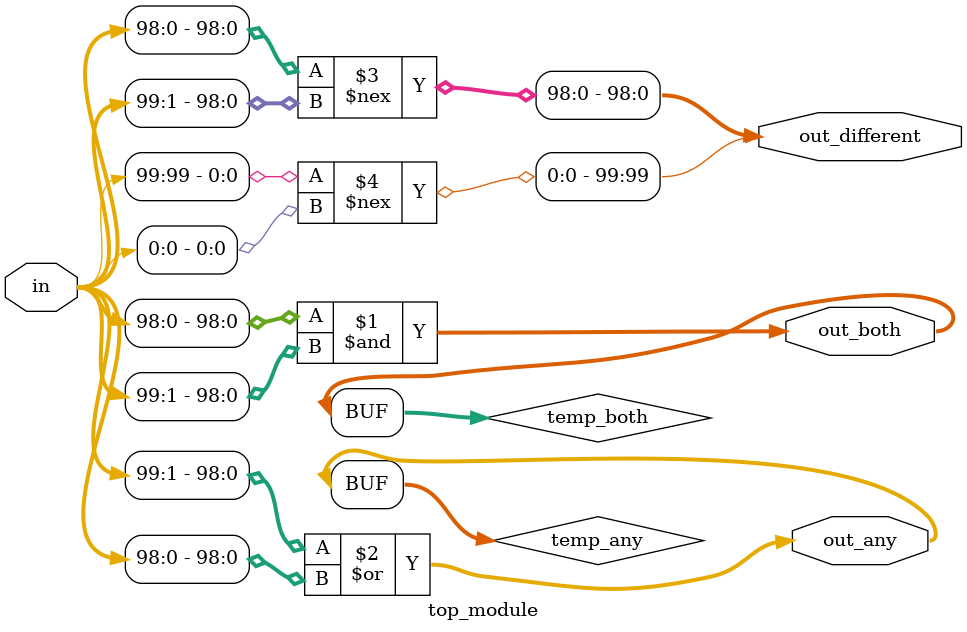
<source format=sv>
module top_module (
	input [99:0] in,
	output [98:0] out_both,
	output [99:1] out_any,
	output [99:0] out_different
);

	// Define intermediate wires
	wire [98:0] temp_both;
	wire [99:1] temp_any;
	
	// Check if both bits are '1'
	assign temp_both = in[98:0] & in[99:1];
	
	// Check if any bit is '1'
	assign temp_any = in[99:1] | in[98:0];
	
	// Check if bits are different
	assign out_different[98:0] = in[98:0] !== in[99:1];
	assign out_different[99] = in[99] !== in[0];
	
	// Assign outputs
	assign out_both = temp_both;
	assign out_any = temp_any;
	
endmodule

</source>
